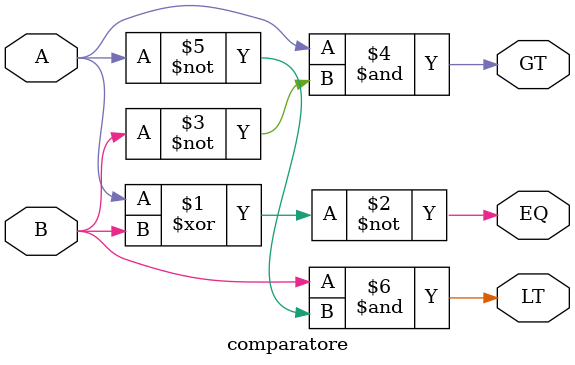
<source format=v>
/* Generated by Yosys 0.33 (git sha1 2584903a060) */

(* top =  1  *)
(* src = "comparatore.v:1.1-19.10" *)
module comparatore(A, B, GT, EQ, LT);
  (* src = "comparatore.v:1.26-1.27" *)
  input A;
  wire A;
  (* src = "comparatore.v:1.35-1.36" *)
  input B;
  wire B;
  (* src = "comparatore.v:1.56-1.58" *)
  output EQ;
  wire EQ;
  (* src = "comparatore.v:1.45-1.47" *)
  output GT;
  wire GT;
  (* src = "comparatore.v:1.67-1.69" *)
  output LT;
  wire LT;
  assign EQ = ~(A ^ B);
  assign GT = A & ~(B);
  assign LT = B & ~(A);
endmodule

</source>
